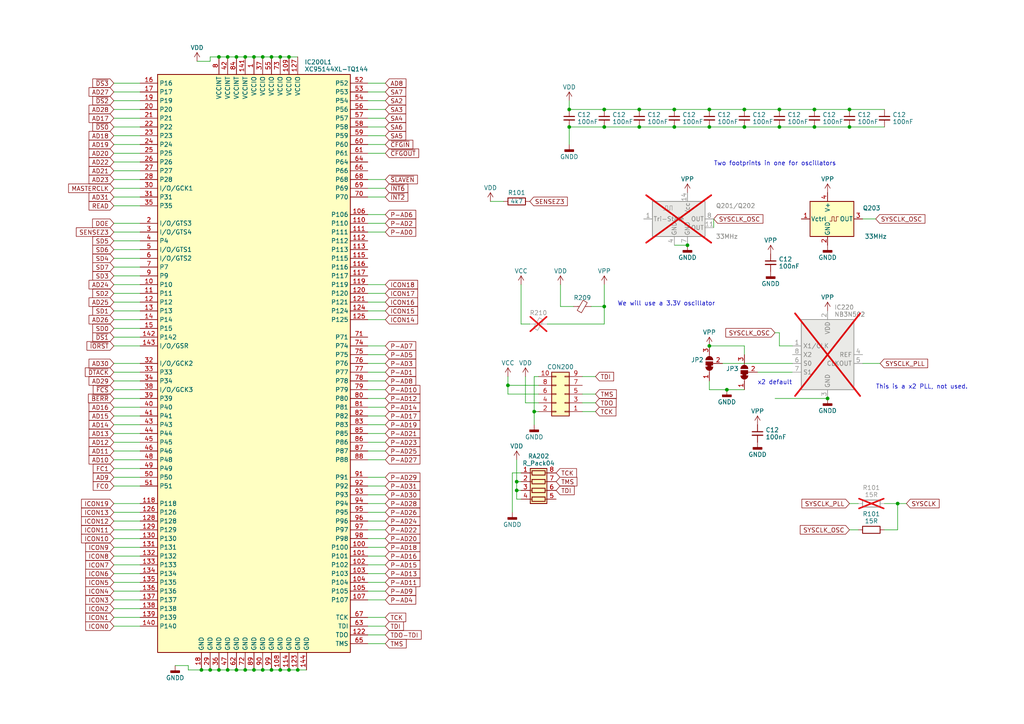
<source format=kicad_sch>
(kicad_sch (version 20230121) (generator eeschema)
  (paper "A4")
  (junction (at 63.5 194.31))
  (junction (at 246.38 31.75))
  (junction (at 149.86 139.7))
  (junction (at 78.74 194.31))
  (junction (at 175.26 88.9))
  (junction (at 71.12 16.51))
  (junction (at 199.39 71.12))
  (junction (at 60.96 194.31))
  (junction (at 147.32 111.76))
  (junction (at 66.04 16.51))
  (junction (at 63.5 16.51))
  (junction (at 236.22 31.75))
  (junction (at 83.82 194.31))
  (junction (at 205.74 31.75))
  (junction (at 165.1 31.75))
  (junction (at 246.38 36.83))
  (junction (at 154.94 119.38))
  (junction (at 165.1 36.83))
  (junction (at 81.28 194.31))
  (junction (at 175.26 36.83))
  (junction (at 236.22 36.83))
  (junction (at 76.2 194.31))
  (junction (at 205.74 100.33))
  (junction (at 185.42 36.83))
  (junction (at 68.58 16.51))
  (junction (at 149.86 142.24))
  (junction (at 210.82 113.03))
  (junction (at 226.06 36.83))
  (junction (at 73.66 16.51))
  (junction (at 215.9 31.75))
  (junction (at 76.2 16.51))
  (junction (at 58.42 194.31))
  (junction (at 81.28 16.51))
  (junction (at 195.58 31.75))
  (junction (at 175.26 31.75))
  (junction (at 73.66 194.31))
  (junction (at 195.58 36.83))
  (junction (at 66.04 194.31))
  (junction (at 215.9 36.83))
  (junction (at 68.58 194.31))
  (junction (at 71.12 194.31))
  (junction (at 78.74 16.51))
  (junction (at 205.74 36.83))
  (junction (at 260.35 146.05))
  (junction (at 86.36 194.31))
  (junction (at 226.06 31.75))
  (junction (at 240.03 115.57))
  (junction (at 185.42 31.75))
  (junction (at 83.82 16.51))
  (wire (pts (xy 73.66 16.51) (xy 76.2 16.51)))
  (wire (pts (xy 260.35 153.67) (xy 260.35 146.05)))
  (wire (pts (xy 210.82 113.03) (xy 205.74 113.03)))
  (wire (pts (xy 111.76 105.41) (xy 106.68 105.41)))
  (wire (pts (xy 154.94 123.19) (xy 154.94 119.38)))
  (wire (pts (xy 33.02 59.69) (xy 40.64 59.69)))
  (wire (pts (xy 33.02 148.59) (xy 40.64 148.59)))
  (wire (pts (xy 111.76 107.95) (xy 106.68 107.95)))
  (wire (pts (xy 175.26 93.98) (xy 175.26 88.9)))
  (wire (pts (xy 111.76 62.23) (xy 106.68 62.23)))
  (wire (pts (xy 154.94 109.22) (xy 156.21 109.22)))
  (wire (pts (xy 171.45 88.9) (xy 175.26 88.9)))
  (wire (pts (xy 33.02 156.21) (xy 40.64 156.21)))
  (wire (pts (xy 33.02 54.61) (xy 40.64 54.61)))
  (wire (pts (xy 33.02 128.27) (xy 40.64 128.27)))
  (wire (pts (xy 63.5 16.51) (xy 66.04 16.51)))
  (wire (pts (xy 33.02 146.05) (xy 40.64 146.05)))
  (wire (pts (xy 33.02 90.17) (xy 40.64 90.17)))
  (wire (pts (xy 205.74 113.03) (xy 205.74 110.49)))
  (wire (pts (xy 152.4 116.84) (xy 152.4 109.22)))
  (wire (pts (xy 106.68 54.61) (xy 111.76 54.61)))
  (wire (pts (xy 154.94 119.38) (xy 154.94 109.22)))
  (wire (pts (xy 111.76 44.45) (xy 106.68 44.45)))
  (wire (pts (xy 76.2 16.51) (xy 78.74 16.51)))
  (wire (pts (xy 147.32 114.3) (xy 147.32 111.76)))
  (wire (pts (xy 149.86 142.24) (xy 151.13 142.24)))
  (wire (pts (xy 256.54 153.67) (xy 260.35 153.67)))
  (wire (pts (xy 33.02 140.97) (xy 40.64 140.97)))
  (wire (pts (xy 111.76 39.37) (xy 106.68 39.37)))
  (wire (pts (xy 111.76 100.33) (xy 106.68 100.33)))
  (wire (pts (xy 33.02 166.37) (xy 40.64 166.37)))
  (wire (pts (xy 111.76 113.03) (xy 106.68 113.03)))
  (wire (pts (xy 111.76 153.67) (xy 106.68 153.67)))
  (wire (pts (xy 149.86 139.7) (xy 149.86 133.35)))
  (wire (pts (xy 33.02 41.91) (xy 40.64 41.91)))
  (wire (pts (xy 60.96 16.51) (xy 63.5 16.51)))
  (wire (pts (xy 33.02 176.53) (xy 40.64 176.53)))
  (wire (pts (xy 111.76 90.17) (xy 106.68 90.17)))
  (wire (pts (xy 215.9 102.87) (xy 215.9 100.33)))
  (wire (pts (xy 33.02 85.09) (xy 40.64 85.09)))
  (wire (pts (xy 262.89 146.05) (xy 260.35 146.05)))
  (wire (pts (xy 33.02 87.63) (xy 40.64 87.63)))
  (wire (pts (xy 33.02 24.13) (xy 40.64 24.13)))
  (wire (pts (xy 73.66 194.31) (xy 76.2 194.31)))
  (wire (pts (xy 60.96 194.31) (xy 63.5 194.31)))
  (wire (pts (xy 33.02 133.35) (xy 40.64 133.35)))
  (wire (pts (xy 33.02 161.29) (xy 40.64 161.29)))
  (wire (pts (xy 33.02 153.67) (xy 40.64 153.67)))
  (wire (pts (xy 111.76 184.15) (xy 106.68 184.15)))
  (wire (pts (xy 195.58 71.12) (xy 199.39 71.12)))
  (wire (pts (xy 33.02 36.83) (xy 40.64 36.83)))
  (wire (pts (xy 111.76 118.11) (xy 106.68 118.11)))
  (wire (pts (xy 57.15 17.78) (xy 60.96 17.78)))
  (wire (pts (xy 68.58 16.51) (xy 71.12 16.51)))
  (wire (pts (xy 154.94 119.38) (xy 156.21 119.38)))
  (wire (pts (xy 71.12 16.51) (xy 73.66 16.51)))
  (wire (pts (xy 111.76 92.71) (xy 106.68 92.71)))
  (wire (pts (xy 111.76 102.87) (xy 106.68 102.87)))
  (wire (pts (xy 156.21 116.84) (xy 152.4 116.84)))
  (wire (pts (xy 111.76 140.97) (xy 106.68 140.97)))
  (wire (pts (xy 246.38 31.75) (xy 236.22 31.75)))
  (wire (pts (xy 33.02 135.89) (xy 40.64 135.89)))
  (wire (pts (xy 226.06 36.83) (xy 236.22 36.83)))
  (wire (pts (xy 33.02 130.81) (xy 40.64 130.81)))
  (wire (pts (xy 54.61 193.04) (xy 54.61 194.31)))
  (wire (pts (xy 33.02 31.75) (xy 40.64 31.75)))
  (wire (pts (xy 248.92 146.05) (xy 246.38 146.05)))
  (wire (pts (xy 151.13 144.78) (xy 149.86 144.78)))
  (wire (pts (xy 156.21 114.3) (xy 147.32 114.3)))
  (wire (pts (xy 168.91 119.38) (xy 172.72 119.38)))
  (wire (pts (xy 111.76 163.83) (xy 106.68 163.83)))
  (wire (pts (xy 111.76 41.91) (xy 106.68 41.91)))
  (wire (pts (xy 33.02 173.99) (xy 40.64 173.99)))
  (wire (pts (xy 33.02 168.91) (xy 40.64 168.91)))
  (wire (pts (xy 111.76 67.31) (xy 106.68 67.31)))
  (wire (pts (xy 111.76 36.83) (xy 106.68 36.83)))
  (wire (pts (xy 147.32 111.76) (xy 147.32 109.22)))
  (wire (pts (xy 66.04 194.31) (xy 68.58 194.31)))
  (wire (pts (xy 83.82 194.31) (xy 86.36 194.31)))
  (wire (pts (xy 71.12 194.31) (xy 73.66 194.31)))
  (wire (pts (xy 165.1 36.83) (xy 175.26 36.83)))
  (wire (pts (xy 33.02 72.39) (xy 40.64 72.39)))
  (wire (pts (xy 195.58 36.83) (xy 205.74 36.83)))
  (wire (pts (xy 33.02 105.41) (xy 40.64 105.41)))
  (wire (pts (xy 33.02 34.29) (xy 40.64 34.29)))
  (wire (pts (xy 148.59 137.16) (xy 148.59 148.59)))
  (wire (pts (xy 185.42 36.83) (xy 195.58 36.83)))
  (wire (pts (xy 215.9 113.03) (xy 210.82 113.03)))
  (wire (pts (xy 165.1 31.75) (xy 165.1 29.21)))
  (wire (pts (xy 224.79 115.57) (xy 240.03 115.57)))
  (wire (pts (xy 215.9 31.75) (xy 205.74 31.75)))
  (wire (pts (xy 33.02 120.65) (xy 40.64 120.65)))
  (wire (pts (xy 33.02 125.73) (xy 40.64 125.73)))
  (wire (pts (xy 256.54 31.75) (xy 246.38 31.75)))
  (wire (pts (xy 33.02 181.61) (xy 40.64 181.61)))
  (wire (pts (xy 162.56 88.9) (xy 162.56 82.55)))
  (wire (pts (xy 33.02 74.93) (xy 40.64 74.93)))
  (wire (pts (xy 111.76 179.07) (xy 106.68 179.07)))
  (wire (pts (xy 151.13 82.55) (xy 151.13 93.98)))
  (wire (pts (xy 111.76 173.99) (xy 106.68 173.99)))
  (wire (pts (xy 106.68 26.67) (xy 111.76 26.67)))
  (wire (pts (xy 215.9 36.83) (xy 226.06 36.83)))
  (wire (pts (xy 33.02 115.57) (xy 40.64 115.57)))
  (wire (pts (xy 58.42 194.31) (xy 60.96 194.31)))
  (wire (pts (xy 236.22 36.83) (xy 246.38 36.83)))
  (wire (pts (xy 111.76 87.63) (xy 106.68 87.63)))
  (wire (pts (xy 260.35 146.05) (xy 256.54 146.05)))
  (wire (pts (xy 185.42 31.75) (xy 175.26 31.75)))
  (wire (pts (xy 255.27 105.41) (xy 250.19 105.41)))
  (wire (pts (xy 33.02 69.85) (xy 40.64 69.85)))
  (wire (pts (xy 254 63.5) (xy 250.19 63.5)))
  (wire (pts (xy 219.71 107.95) (xy 229.87 107.95)))
  (wire (pts (xy 33.02 110.49) (xy 40.64 110.49)))
  (wire (pts (xy 165.1 41.91) (xy 165.1 36.83)))
  (wire (pts (xy 76.2 194.31) (xy 78.74 194.31)))
  (wire (pts (xy 33.02 26.67) (xy 40.64 26.67)))
  (wire (pts (xy 50.8 193.04) (xy 54.61 193.04)))
  (wire (pts (xy 33.02 100.33) (xy 40.64 100.33)))
  (wire (pts (xy 195.58 31.75) (xy 185.42 31.75)))
  (wire (pts (xy 54.61 194.31) (xy 58.42 194.31)))
  (wire (pts (xy 33.02 82.55) (xy 40.64 82.55)))
  (wire (pts (xy 33.02 171.45) (xy 40.64 171.45)))
  (wire (pts (xy 175.26 31.75) (xy 165.1 31.75)))
  (wire (pts (xy 33.02 29.21) (xy 40.64 29.21)))
  (wire (pts (xy 33.02 57.15) (xy 40.64 57.15)))
  (wire (pts (xy 111.76 85.09) (xy 106.68 85.09)))
  (wire (pts (xy 142.24 58.42) (xy 146.05 58.42)))
  (wire (pts (xy 111.76 31.75) (xy 106.68 31.75)))
  (wire (pts (xy 111.76 168.91) (xy 106.68 168.91)))
  (wire (pts (xy 158.75 93.98) (xy 175.26 93.98)))
  (wire (pts (xy 63.5 194.31) (xy 66.04 194.31)))
  (wire (pts (xy 151.13 93.98) (xy 153.67 93.98)))
  (wire (pts (xy 111.76 151.13) (xy 106.68 151.13)))
  (wire (pts (xy 66.04 16.51) (xy 68.58 16.51)))
  (wire (pts (xy 111.76 133.35) (xy 106.68 133.35)))
  (wire (pts (xy 60.96 17.78) (xy 60.96 16.51)))
  (wire (pts (xy 111.76 166.37) (xy 106.68 166.37)))
  (wire (pts (xy 149.86 144.78) (xy 149.86 142.24)))
  (wire (pts (xy 111.76 120.65) (xy 106.68 120.65)))
  (wire (pts (xy 81.28 194.31) (xy 83.82 194.31)))
  (wire (pts (xy 111.76 24.13) (xy 106.68 24.13)))
  (wire (pts (xy 33.02 179.07) (xy 40.64 179.07)))
  (wire (pts (xy 215.9 100.33) (xy 205.74 100.33)))
  (wire (pts (xy 111.76 115.57) (xy 106.68 115.57)))
  (wire (pts (xy 33.02 97.79) (xy 40.64 97.79)))
  (wire (pts (xy 111.76 52.07) (xy 106.68 52.07)))
  (wire (pts (xy 33.02 46.99) (xy 40.64 46.99)))
  (wire (pts (xy 33.02 49.53) (xy 40.64 49.53)))
  (wire (pts (xy 111.76 158.75) (xy 106.68 158.75)))
  (wire (pts (xy 175.26 36.83) (xy 185.42 36.83)))
  (wire (pts (xy 111.76 143.51) (xy 106.68 143.51)))
  (wire (pts (xy 226.06 96.52) (xy 226.06 100.33)))
  (wire (pts (xy 83.82 16.51) (xy 86.36 16.51)))
  (wire (pts (xy 149.86 139.7) (xy 151.13 139.7)))
  (wire (pts (xy 68.58 194.31) (xy 71.12 194.31)))
  (wire (pts (xy 33.02 44.45) (xy 40.64 44.45)))
  (wire (pts (xy 111.76 171.45) (xy 106.68 171.45)))
  (wire (pts (xy 205.74 31.75) (xy 195.58 31.75)))
  (wire (pts (xy 33.02 118.11) (xy 40.64 118.11)))
  (wire (pts (xy 111.76 186.69) (xy 106.68 186.69)))
  (wire (pts (xy 33.02 52.07) (xy 40.64 52.07)))
  (wire (pts (xy 33.02 77.47) (xy 40.64 77.47)))
  (wire (pts (xy 224.79 96.52) (xy 226.06 96.52)))
  (wire (pts (xy 111.76 125.73) (xy 106.68 125.73)))
  (wire (pts (xy 33.02 67.31) (xy 40.64 67.31)))
  (wire (pts (xy 33.02 163.83) (xy 40.64 163.83)))
  (wire (pts (xy 111.76 110.49) (xy 106.68 110.49)))
  (wire (pts (xy 111.76 123.19) (xy 106.68 123.19)))
  (wire (pts (xy 151.13 137.16) (xy 148.59 137.16)))
  (wire (pts (xy 111.76 130.81) (xy 106.68 130.81)))
  (wire (pts (xy 205.74 36.83) (xy 215.9 36.83)))
  (wire (pts (xy 33.02 95.25) (xy 40.64 95.25)))
  (wire (pts (xy 78.74 16.51) (xy 81.28 16.51)))
  (wire (pts (xy 111.76 148.59) (xy 106.68 148.59)))
  (wire (pts (xy 111.76 34.29) (xy 106.68 34.29)))
  (wire (pts (xy 111.76 161.29) (xy 106.68 161.29)))
  (wire (pts (xy 156.21 111.76) (xy 147.32 111.76)))
  (wire (pts (xy 168.91 114.3) (xy 172.72 114.3)))
  (wire (pts (xy 246.38 36.83) (xy 256.54 36.83)))
  (wire (pts (xy 207.01 63.5) (xy 207.01 66.04)))
  (wire (pts (xy 33.02 138.43) (xy 40.64 138.43)))
  (wire (pts (xy 172.72 109.22) (xy 168.91 109.22)))
  (wire (pts (xy 33.02 151.13) (xy 40.64 151.13)))
  (wire (pts (xy 246.38 153.67) (xy 248.92 153.67)))
  (wire (pts (xy 111.76 138.43) (xy 106.68 138.43)))
  (wire (pts (xy 236.22 31.75) (xy 226.06 31.75)))
  (wire (pts (xy 81.28 16.51) (xy 83.82 16.51)))
  (wire (pts (xy 33.02 158.75) (xy 40.64 158.75)))
  (wire (pts (xy 111.76 29.21) (xy 106.68 29.21)))
  (wire (pts (xy 86.36 194.31) (xy 88.9 194.31)))
  (wire (pts (xy 111.76 57.15) (xy 106.68 57.15)))
  (wire (pts (xy 175.26 88.9) (xy 175.26 82.55)))
  (wire (pts (xy 33.02 123.19) (xy 40.64 123.19)))
  (wire (pts (xy 33.02 92.71) (xy 40.64 92.71)))
  (wire (pts (xy 33.02 107.95) (xy 40.64 107.95)))
  (wire (pts (xy 111.76 128.27) (xy 106.68 128.27)))
  (wire (pts (xy 33.02 64.77) (xy 40.64 64.77)))
  (wire (pts (xy 111.76 64.77) (xy 106.68 64.77)))
  (wire (pts (xy 162.56 88.9) (xy 166.37 88.9)))
  (wire (pts (xy 111.76 156.21) (xy 106.68 156.21)))
  (wire (pts (xy 111.76 181.61) (xy 106.68 181.61)))
  (wire (pts (xy 226.06 100.33) (xy 229.87 100.33)))
  (wire (pts (xy 111.76 146.05) (xy 106.68 146.05)))
  (wire (pts (xy 168.91 116.84) (xy 172.72 116.84)))
  (wire (pts (xy 209.55 105.41) (xy 229.87 105.41)))
  (wire (pts (xy 33.02 39.37) (xy 40.64 39.37)))
  (wire (pts (xy 78.74 194.31) (xy 81.28 194.31)))
  (wire (pts (xy 33.02 113.03) (xy 40.64 113.03)))
  (wire (pts (xy 149.86 142.24) (xy 149.86 139.7)))
  (wire (pts (xy 111.76 82.55) (xy 106.68 82.55)))
  (wire (pts (xy 33.02 80.01) (xy 40.64 80.01)))
  (wire (pts (xy 226.06 31.75) (xy 215.9 31.75)))
  (text "This is a x2 PLL, not used." (at 254 113.03 0) (effects (font (size 1.27 1.27)) (justify left bottom)))
  (text "x2 default" (at 219.71 111.76 0) (effects (font (size 1.27 1.27)) (justify left bottom)))
  (text "We will use a 3.3V oscillator" (at 179.07 88.9 0) (effects (font (size 1.27 1.27)) (justify left bottom)))
  (text "Two footprints in one for oscillators" (at 207.01 48.26 0) (effects (font (size 1.27 1.27)) (justify left bottom)))
  (global_label "~{DS3}" (shape input) (at 33.02 24.13 180) (property "Intersheetrefs" "${INTERSHEET_REFS}" (effects hide)))
  (global_label "ICON18" (shape input) (at 111.76 82.55 0) (property "Intersheetrefs" "${INTERSHEET_REFS}" (effects hide)))
  (global_label "AD11" (shape input) (at 33.02 130.81 180) (property "Intersheetrefs" "${INTERSHEET_REFS}" (effects hide)))
  (global_label "SD4" (shape input) (at 33.02 74.93 180) (property "Intersheetrefs" "${INTERSHEET_REFS}" (effects hide)))
  (global_label "~{IORST}" (shape input) (at 33.02 100.33 180) (property "Intersheetrefs" "${INTERSHEET_REFS}" (effects hide)))
  (global_label "SYSCLK" (shape input) (at 262.89 146.05 0) (property "Intersheetrefs" "${INTERSHEET_REFS}" (effects hide)))
  (global_label "ICON12" (shape input) (at 33.02 151.13 180) (property "Intersheetrefs" "${INTERSHEET_REFS}" (effects hide)))
  (global_label "ICON6" (shape input) (at 33.02 166.37 180) (property "Intersheetrefs" "${INTERSHEET_REFS}" (effects hide)))
  (global_label "ICON8" (shape input) (at 33.02 161.29 180) (property "Intersheetrefs" "${INTERSHEET_REFS}" (effects hide)))
  (global_label "SENSEZ3" (shape input) (at 33.02 67.31 180) (property "Intersheetrefs" "${INTERSHEET_REFS}" (effects hide)))
  (global_label "ICON1" (shape input) (at 33.02 179.07 180) (property "Intersheetrefs" "${INTERSHEET_REFS}" (effects hide)))
  (global_label "P-AD1" (shape input) (at 111.76 107.95 0) (property "Intersheetrefs" "${INTERSHEET_REFS}" (effects hide)))
  (global_label "SD1" (shape input) (at 33.02 90.17 180) (property "Intersheetrefs" "${INTERSHEET_REFS}" (effects hide)))
  (global_label "TDI" (shape input) (at 161.29 142.24 0) (property "Intersheetrefs" "${INTERSHEET_REFS}" (effects hide)))
  (global_label "ICON11" (shape input) (at 33.02 153.67 180) (property "Intersheetrefs" "${INTERSHEET_REFS}" (effects hide)))
  (global_label "SYSCLK_OSC" (shape input) (at 254 63.5 0) (property "Intersheetrefs" "${INTERSHEET_REFS}" (effects hide)))
  (global_label "AD21" (shape input) (at 33.02 49.53 180) (property "Intersheetrefs" "${INTERSHEET_REFS}" (effects hide)))
  (global_label "P-AD25" (shape input) (at 111.76 130.81 0) (property "Intersheetrefs" "${INTERSHEET_REFS}" (effects hide)))
  (global_label "ICON17" (shape input) (at 111.76 85.09 0) (property "Intersheetrefs" "${INTERSHEET_REFS}" (effects hide)))
  (global_label "TCK" (shape input) (at 111.76 179.07 0) (property "Intersheetrefs" "${INTERSHEET_REFS}" (effects hide)))
  (global_label "ICON4" (shape input) (at 33.02 171.45 180) (property "Intersheetrefs" "${INTERSHEET_REFS}" (effects hide)))
  (global_label "SD0" (shape input) (at 33.02 95.25 180) (property "Intersheetrefs" "${INTERSHEET_REFS}" (effects hide)))
  (global_label "ICON16" (shape input) (at 111.76 87.63 0) (property "Intersheetrefs" "${INTERSHEET_REFS}" (effects hide)))
  (global_label "P-AD8" (shape input) (at 111.76 110.49 0) (property "Intersheetrefs" "${INTERSHEET_REFS}" (effects hide)))
  (global_label "P-AD11" (shape input) (at 111.76 168.91 0) (property "Intersheetrefs" "${INTERSHEET_REFS}" (effects hide)))
  (global_label "P-AD0" (shape input) (at 111.76 67.31 0) (property "Intersheetrefs" "${INTERSHEET_REFS}" (effects hide)))
  (global_label "TCK" (shape input) (at 161.29 137.16 0) (property "Intersheetrefs" "${INTERSHEET_REFS}" (effects hide)))
  (global_label "ICON13" (shape input) (at 33.02 148.59 180) (property "Intersheetrefs" "${INTERSHEET_REFS}" (effects hide)))
  (global_label "P-AD23" (shape input) (at 111.76 128.27 0) (property "Intersheetrefs" "${INTERSHEET_REFS}" (effects hide)))
  (global_label "ICON10" (shape input) (at 33.02 156.21 180) (property "Intersheetrefs" "${INTERSHEET_REFS}" (effects hide)))
  (global_label "SD2" (shape input) (at 33.02 85.09 180) (property "Intersheetrefs" "${INTERSHEET_REFS}" (effects hide)))
  (global_label "P-AD3" (shape input) (at 111.76 105.41 0) (property "Intersheetrefs" "${INTERSHEET_REFS}" (effects hide)))
  (global_label "P-AD5" (shape input) (at 111.76 102.87 0) (property "Intersheetrefs" "${INTERSHEET_REFS}" (effects hide)))
  (global_label "TDI" (shape input) (at 172.72 109.22 0) (property "Intersheetrefs" "${INTERSHEET_REFS}" (effects hide)))
  (global_label "ICON7" (shape input) (at 33.02 163.83 180) (property "Intersheetrefs" "${INTERSHEET_REFS}" (effects hide)))
  (global_label "P-AD28" (shape input) (at 111.76 146.05 0) (property "Intersheetrefs" "${INTERSHEET_REFS}" (effects hide)))
  (global_label "TDI" (shape input) (at 111.76 181.61 0) (property "Intersheetrefs" "${INTERSHEET_REFS}" (effects hide)))
  (global_label "FC1" (shape input) (at 33.02 135.89 180) (property "Intersheetrefs" "${INTERSHEET_REFS}" (effects hide)))
  (global_label "ICON5" (shape input) (at 33.02 168.91 180) (property "Intersheetrefs" "${INTERSHEET_REFS}" (effects hide)))
  (global_label "~{DS2}" (shape input) (at 33.02 29.21 180) (property "Intersheetrefs" "${INTERSHEET_REFS}" (effects hide)))
  (global_label "DOE" (shape input) (at 33.02 64.77 180) (property "Intersheetrefs" "${INTERSHEET_REFS}" (effects hide)))
  (global_label "AD15" (shape input) (at 33.02 120.65 180) (property "Intersheetrefs" "${INTERSHEET_REFS}" (effects hide)))
  (global_label "READ" (shape input) (at 33.02 59.69 180) (property "Intersheetrefs" "${INTERSHEET_REFS}" (effects hide)))
  (global_label "TCK" (shape input) (at 172.72 119.38 0) (property "Intersheetrefs" "${INTERSHEET_REFS}" (effects hide)))
  (global_label "P-AD7" (shape input) (at 111.76 100.33 0) (property "Intersheetrefs" "${INTERSHEET_REFS}" (effects hide)))
  (global_label "AD29" (shape input) (at 33.02 110.49 180) (property "Intersheetrefs" "${INTERSHEET_REFS}" (effects hide)))
  (global_label "SYSCLK_OSC" (shape input) (at 207.01 63.5 0) (property "Intersheetrefs" "${INTERSHEET_REFS}" (effects hide)))
  (global_label "SA2" (shape input) (at 111.76 29.21 0) (property "Intersheetrefs" "${INTERSHEET_REFS}" (effects hide)))
  (global_label "SD7" (shape input) (at 33.02 77.47 180) (property "Intersheetrefs" "${INTERSHEET_REFS}" (effects hide)))
  (global_label "P-AD18" (shape input) (at 111.76 158.75 0) (property "Intersheetrefs" "${INTERSHEET_REFS}" (effects hide)))
  (global_label "AD10" (shape input) (at 33.02 133.35 180) (property "Intersheetrefs" "${INTERSHEET_REFS}" (effects hide)))
  (global_label "ICON14" (shape input) (at 111.76 92.71 0) (property "Intersheetrefs" "${INTERSHEET_REFS}" (effects hide)))
  (global_label "P-AD29" (shape input) (at 111.76 138.43 0) (property "Intersheetrefs" "${INTERSHEET_REFS}" (effects hide)))
  (global_label "ICON3" (shape input) (at 33.02 173.99 180) (property "Intersheetrefs" "${INTERSHEET_REFS}" (effects hide)))
  (global_label "SD5" (shape input) (at 33.02 69.85 180) (property "Intersheetrefs" "${INTERSHEET_REFS}" (effects hide)))
  (global_label "P-AD9" (shape input) (at 111.76 171.45 0) (property "Intersheetrefs" "${INTERSHEET_REFS}" (effects hide)))
  (global_label "SD3" (shape input) (at 33.02 80.01 180) (property "Intersheetrefs" "${INTERSHEET_REFS}" (effects hide)))
  (global_label "TMS" (shape input) (at 161.29 139.7 0) (property "Intersheetrefs" "${INTERSHEET_REFS}" (effects hide)))
  (global_label "AD14" (shape input) (at 33.02 123.19 180) (property "Intersheetrefs" "${INTERSHEET_REFS}" (effects hide)))
  (global_label "SD6" (shape input) (at 33.02 72.39 180) (property "Intersheetrefs" "${INTERSHEET_REFS}" (effects hide)))
  (global_label "~{INT6}" (shape input) (at 111.76 54.61 0) (property "Intersheetrefs" "${INTERSHEET_REFS}" (effects hide)))
  (global_label "P-AD10" (shape input) (at 111.76 113.03 0) (property "Intersheetrefs" "${INTERSHEET_REFS}" (effects hide)))
  (global_label "P-AD19" (shape input) (at 111.76 123.19 0) (property "Intersheetrefs" "${INTERSHEET_REFS}" (effects hide)))
  (global_label "P-AD16" (shape input) (at 111.76 161.29 0) (property "Intersheetrefs" "${INTERSHEET_REFS}" (effects hide)))
  (global_label "SYSCLK_PLL" (shape input) (at 255.27 105.41 0) (property "Intersheetrefs" "${INTERSHEET_REFS}" (effects hide)))
  (global_label "SA7" (shape input) (at 111.76 26.67 0) (property "Intersheetrefs" "${INTERSHEET_REFS}" (effects hide)))
  (global_label "AD22" (shape input) (at 33.02 46.99 180) (property "Intersheetrefs" "${INTERSHEET_REFS}" (effects hide)))
  (global_label "P-AD14" (shape input) (at 111.76 118.11 0) (property "Intersheetrefs" "${INTERSHEET_REFS}" (effects hide)))
  (global_label "TMS" (shape input) (at 111.76 186.69 0) (property "Intersheetrefs" "${INTERSHEET_REFS}" (effects hide)))
  (global_label "AD24" (shape input) (at 33.02 82.55 180) (property "Intersheetrefs" "${INTERSHEET_REFS}" (effects hide)))
  (global_label "AD27" (shape input) (at 33.02 26.67 180) (property "Intersheetrefs" "${INTERSHEET_REFS}" (effects hide)))
  (global_label "SA6" (shape input) (at 111.76 36.83 0) (property "Intersheetrefs" "${INTERSHEET_REFS}" (effects hide)))
  (global_label "AD16" (shape input) (at 33.02 118.11 180) (property "Intersheetrefs" "${INTERSHEET_REFS}" (effects hide)))
  (global_label "SA4" (shape input) (at 111.76 34.29 0) (property "Intersheetrefs" "${INTERSHEET_REFS}" (effects hide)))
  (global_label "AD28" (shape input) (at 33.02 31.75 180) (property "Intersheetrefs" "${INTERSHEET_REFS}" (effects hide)))
  (global_label "TDO-TDI" (shape input) (at 111.76 184.15 0) (property "Intersheetrefs" "${INTERSHEET_REFS}" (effects hide)))
  (global_label "P-AD22" (shape input) (at 111.76 153.67 0) (property "Intersheetrefs" "${INTERSHEET_REFS}" (effects hide)))
  (global_label "P-AD4" (shape input) (at 111.76 173.99 0) (property "Intersheetrefs" "${INTERSHEET_REFS}" (effects hide)))
  (global_label "P-AD6" (shape input) (at 111.76 62.23 0) (property "Intersheetrefs" "${INTERSHEET_REFS}" (effects hide)))
  (global_label "AD31" (shape input) (at 33.02 57.15 180) (property "Intersheetrefs" "${INTERSHEET_REFS}" (effects hide)))
  (global_label "SENSEZ3" (shape input) (at 153.67 58.42 0) (property "Intersheetrefs" "${INTERSHEET_REFS}" (effects hide)))
  (global_label "MASTERCLK" (shape input) (at 33.02 54.61 180) (property "Intersheetrefs" "${INTERSHEET_REFS}" (effects hide)))
  (global_label "P-AD24" (shape input) (at 111.76 151.13 0) (property "Intersheetrefs" "${INTERSHEET_REFS}" (effects hide)))
  (global_label "AD30" (shape input) (at 33.02 105.41 180) (property "Intersheetrefs" "${INTERSHEET_REFS}" (effects hide)))
  (global_label "ICON2" (shape input) (at 33.02 176.53 180) (property "Intersheetrefs" "${INTERSHEET_REFS}" (effects hide)))
  (global_label "AD26" (shape input) (at 33.02 92.71 180) (property "Intersheetrefs" "${INTERSHEET_REFS}" (effects hide)))
  (global_label "P-AD31" (shape input) (at 111.76 140.97 0) (property "Intersheetrefs" "${INTERSHEET_REFS}" (effects hide)))
  (global_label "P-AD30" (shape input) (at 111.76 143.51 0) (property "Intersheetrefs" "${INTERSHEET_REFS}" (effects hide)))
  (global_label "AD12" (shape input) (at 33.02 128.27 180) (property "Intersheetrefs" "${INTERSHEET_REFS}" (effects hide)))
  (global_label "AD19" (shape input) (at 33.02 41.91 180) (property "Intersheetrefs" "${INTERSHEET_REFS}" (effects hide)))
  (global_label "P-AD17" (shape input) (at 111.76 120.65 0) (property "Intersheetrefs" "${INTERSHEET_REFS}" (effects hide)))
  (global_label "ICON15" (shape input) (at 111.76 90.17 0) (property "Intersheetrefs" "${INTERSHEET_REFS}" (effects hide)))
  (global_label "AD17" (shape input) (at 33.02 34.29 180) (property "Intersheetrefs" "${INTERSHEET_REFS}" (effects hide)))
  (global_label "~{SLAVEN}" (shape input) (at 111.76 52.07 0) (property "Intersheetrefs" "${INTERSHEET_REFS}" (effects hide)))
  (global_label "AD25" (shape input) (at 33.02 87.63 180) (property "Intersheetrefs" "${INTERSHEET_REFS}" (effects hide)))
  (global_label "~{FCS}" (shape input) (at 33.02 113.03 180) (property "Intersheetrefs" "${INTERSHEET_REFS}" (effects hide)))
  (global_label "SA5" (shape input) (at 111.76 39.37 0) (property "Intersheetrefs" "${INTERSHEET_REFS}" (effects hide)))
  (global_label "P-AD26" (shape input) (at 111.76 148.59 0) (property "Intersheetrefs" "${INTERSHEET_REFS}" (effects hide)))
  (global_label "FC0" (shape input) (at 33.02 140.97 180) (property "Intersheetrefs" "${INTERSHEET_REFS}" (effects hide)))
  (global_label "SYSCLK_OSC" (shape input) (at 224.79 96.52 180) (property "Intersheetrefs" "${INTERSHEET_REFS}" (effects hide)))
  (global_label "~{DS1}" (shape input) (at 33.02 97.79 180) (property "Intersheetrefs" "${INTERSHEET_REFS}" (effects hide)))
  (global_label "ICON19" (shape input) (at 33.02 146.05 180) (property "Intersheetrefs" "${INTERSHEET_REFS}" (effects hide)))
  (global_label "~{BERR}" (shape input) (at 33.02 115.57 180) (property "Intersheetrefs" "${INTERSHEET_REFS}" (effects hide)))
  (global_label "~{CFGIN}" (shape input) (at 111.76 41.91 0) (property "Intersheetrefs" "${INTERSHEET_REFS}" (effects hide)))
  (global_label "SYSCLK_PLL" (shape input) (at 246.38 146.05 180) (property "Intersheetrefs" "${INTERSHEET_REFS}" (effects hide)))
  (global_label "~{CFGOUT}" (shape input) (at 111.76 44.45 0) (property "Intersheetrefs" "${INTERSHEET_REFS}" (effects hide)))
  (global_label "~{DTACK}" (shape input) (at 33.02 107.95 180) (property "Intersheetrefs" "${INTERSHEET_REFS}" (effects hide)))
  (global_label "ICON0" (shape input) (at 33.02 181.61 180) (property "Intersheetrefs" "${INTERSHEET_REFS}" (effects hide)))
  (global_label "TDO" (shape input) (at 172.72 116.84 0) (property "Intersheetrefs" "${INTERSHEET_REFS}" (effects hide)))
  (global_label "P-AD15" (shape input) (at 111.76 163.83 0) (property "Intersheetrefs" "${INTERSHEET_REFS}" (effects hide)))
  (global_label "P-AD2" (shape input) (at 111.76 64.77 0) (property "Intersheetrefs" "${INTERSHEET_REFS}" (effects hide)))
  (global_label "TMS" (shape input) (at 172.72 114.3 0) (property "Intersheetrefs" "${INTERSHEET_REFS}" (effects hide)))
  (global_label "AD13" (shape input) (at 33.02 125.73 180) (property "Intersheetrefs" "${INTERSHEET_REFS}" (effects hide)))
  (global_label "AD23" (shape input) (at 33.02 52.07 180) (property "Intersheetrefs" "${INTERSHEET_REFS}" (effects hide)))
  (global_label "P-AD21" (shape input) (at 111.76 125.73 0) (property "Intersheetrefs" "${INTERSHEET_REFS}" (effects hide)))
  (global_label "ICON9" (shape input) (at 33.02 158.75 180) (property "Intersheetrefs" "${INTERSHEET_REFS}" (effects hide)))
  (global_label "P-AD27" (shape input) (at 111.76 133.35 0) (property "Intersheetrefs" "${INTERSHEET_REFS}" (effects hide)))
  (global_label "P-AD12" (shape input) (at 111.76 115.57 0) (property "Intersheetrefs" "${INTERSHEET_REFS}" (effects hide)))
  (global_label "AD20" (shape input) (at 33.02 44.45 180) (property "Intersheetrefs" "${INTERSHEET_REFS}" (effects hide)))
  (global_label "~{DS0}" (shape input) (at 33.02 36.83 180) (property "Intersheetrefs" "${INTERSHEET_REFS}" (effects hide)))
  (global_label "AD8" (shape input) (at 111.76 24.13 0) (property "Intersheetrefs" "${INTERSHEET_REFS}" (effects hide)))
  (global_label "AD18" (shape input) (at 33.02 39.37 180) (property "Intersheetrefs" "${INTERSHEET_REFS}" (effects hide)))
  (global_label "P-AD20" (shape input) (at 111.76 156.21 0) (property "Intersheetrefs" "${INTERSHEET_REFS}" (effects hide)))
  (global_label "AD9" (shape input) (at 33.02 138.43 180) (property "Intersheetrefs" "${INTERSHEET_REFS}" (effects hide)))
  (global_label "SYSCLK_OSC" (shape input) (at 246.38 153.67 180) (property "Intersheetrefs" "${INTERSHEET_REFS}" (effects hide)))
  (global_label "~{INT2}" (shape input) (at 111.76 57.15 0) (property "Intersheetrefs" "${INTERSHEET_REFS}" (effects hide)))
  (global_label "P-AD13" (shape input) (at 111.76 166.37 0) (property "Intersheetrefs" "${INTERSHEET_REFS}" (effects hide)))
  (global_label "SA3" (shape input) (at 111.76 31.75 0) (property "Intersheetrefs" "${INTERSHEET_REFS}" (effects hide)))
  (symbol (lib_id "power:GNDD") (at 240.03 71.12 0) (unit 1)
    (property "Reference" "#PWR077" (effects hide))
    (property "Value" "GNDD" (at 240.03 74.684 0))
    (instances (project "Prometheus" (path "" (reference "#PWR077") (unit 1)) (path "" (reference "#PWR0112") (unit 1))))
  )
  (symbol (lib_id "New_Library:C_Small") (at 205.74 34.29 0) (unit 1)
    (property "Reference" "C12" (at 208.0641 33.2723 0) (effects (justify left)))
    (property "Value" "100nF" (at 208.0641 35.3203 0) (effects (justify left)))
    (property "Footprint" "Capacitor_SMD:C_0402_1005Metric_Pad0.74x0.62mm_HandSolder" (effects hide))
    (instances (project "Prometheus" (path "" (reference "C12") (unit 1)) (path "" (reference "C4") (unit 1)) (path "" (reference "C204") (unit 1))))
  )
  (symbol (lib_id "New_Library:R") (at 149.86 58.42 90) (unit 1)
    (property "Reference" "R101" (at 149.86 55.88 90))
    (property "Value" "4k7" (at 149.86 58.42 90))
    (property "Footprint" "Resistor_SMD:R_0402_1005Metric_Pad0.72x0.64mm_HandSolder" (effects hide))
    (instances (project "Prometheus" (path "" (reference "R101") (unit 1)) (path "" (reference "R7") (unit 1)) (path "" (reference "R1") (unit 1)) (path "" (reference "R27") (unit 1))))
  )
  (symbol (lib_id "power:GNDD") (at 240.03 115.57 0) (unit 1)
    (property "Reference" "#PWR077" (effects hide))
    (property "Value" "GNDD" (at 240.03 119.134 0))
    (instances (project "Prometheus" (path "" (reference "#PWR077") (unit 1)) (path "" (reference "#PWR0113") (unit 1))))
  )
  (symbol (lib_id "power:VPP") (at 205.74 100.33 0) (unit 1)
    (property "Reference" "#PWR0103" (effects hide))
    (property "Value" "VPP" (at 205.74 96.385 0))
  )
  (symbol (lib_id "New_Library:SolderJumper_3_Bridged12") (at 215.9 107.95 90) (unit 1)
    (property "Reference" "JP3" (at 214.2491 106.926 90) (effects (justify left)))
    (property "Value" "SolderJumper_3_Bridged12" (effects hide))
    (property "Footprint" "Jumper:SolderJumper-3_P1.3mm_Bridged12_RoundedPad1.0x1.5mm" (effects hide))
  )
  (symbol (lib_id "power:VDD") (at 162.56 82.55 0) (unit 1)
    (property "Reference" "#PWR093" (effects hide))
    (property "Value" "VDD" (at 162.56 78.605 0))
  )
  (symbol (lib_id "power:VDD") (at 152.4 109.22 0) (unit 1)
    (property "Reference" "#PWR068" (effects hide))
    (property "Value" "VDD" (at 152.4 105.275 0))
    (instances (project "Prometheus" (path "" (reference "#PWR068") (unit 1)) (path "" (reference "#PWR075") (unit 1))))
  )
  (symbol (lib_id "New_Library:C_Small") (at 256.54 34.29 0) (unit 1)
    (property "Reference" "C12" (at 258.8641 33.2723 0) (effects (justify left)))
    (property "Value" "100nF" (at 258.8641 35.3203 0) (effects (justify left)))
    (property "Footprint" "Capacitor_SMD:C_0402_1005Metric_Pad0.74x0.62mm_HandSolder" (effects hide))
    (instances (project "Prometheus" (path "" (reference "C12") (unit 1)) (path "" (reference "C9") (unit 1)) (path "" (reference "C209") (unit 1))))
  )
  (symbol (lib_id "New_Library:NB3N502") (at 240.03 102.87 0) (unit 1) (in_bom no) (dnp yes)
    (property "Reference" "IC220" (at 241.9859 89.13 0) (effects (justify left)))
    (property "Value" "NB3N502" (at 241.9859 91.178 0) (effects (justify left)))
    (property "Footprint" "Package_SO:SOIC-8_3.9x4.9mm_P1.27mm" (effects hide))
    (property "Datasheet" "http://www.onsemi.com/pub/Collateral/NB3N502-D.PDF" (effects hide))
  )
  (symbol (lib_id "power:VDD") (at 57.15 17.78 0) (unit 1)
    (property "Reference" "#PWR065" (effects hide))
    (property "Value" "VDD" (at 57.15 13.835 0))
  )
  (symbol (lib_id "power:GNDD") (at 165.1 41.91 0) (unit 1)
    (property "Reference" "#PWR085" (effects hide))
    (property "Value" "GNDD" (at 165.1 45.474 0))
    (instances (project "Prometheus" (path "" (reference "#PWR085") (unit 1)) (path "" (reference "#PWR091") (unit 1))))
  )
  (symbol (lib_id "New_Library:C_Small") (at 236.22 34.29 0) (unit 1)
    (property "Reference" "C12" (at 238.5441 33.2723 0) (effects (justify left)))
    (property "Value" "100nF" (at 238.5441 35.3203 0) (effects (justify left)))
    (property "Footprint" "Capacitor_SMD:C_0402_1005Metric_Pad0.74x0.62mm_HandSolder" (effects hide))
    (instances (project "Prometheus" (path "" (reference "C12") (unit 1)) (path "" (reference "C7") (unit 1)) (path "" (reference "C207") (unit 1))))
  )
  (symbol (lib_id "New_Library:FerriteBead_Small") (at 168.91 88.9 90) (unit 1)
    (property "Reference" "R209" (at 168.91 86.36 90))
    (property "Value" "FerriteBead_Small" (effects hide))
    (property "Footprint" "Resistor_SMD:R_0805_2012Metric_Pad1.20x1.40mm_HandSolder" (effects hide))
  )
  (symbol (lib_id "power:VDD") (at 165.1 29.21 0) (unit 1)
    (property "Reference" "#PWR076" (effects hide))
    (property "Value" "VDD" (at 165.1 25.265 0))
    (instances (project "Prometheus" (path "" (reference "#PWR076") (unit 1)) (path "" (reference "#PWR090") (unit 1))))
  )
  (symbol (lib_id "power:GNDD") (at 219.71 128.27 0) (unit 1)
    (property "Reference" "#PWR077" (effects hide))
    (property "Value" "GNDD" (at 219.71 131.834 0))
    (instances (project "Prometheus" (path "" (reference "#PWR077") (unit 1)) (path "" (reference "#PWR0105") (unit 1))))
  )
  (symbol (lib_id "power:VPP") (at 240.03 90.17 0) (unit 1)
    (property "Reference" "#PWR0114" (effects hide))
    (property "Value" "VPP" (at 240.03 86.225 0))
  )
  (symbol (lib_id "New_Library:C_Small") (at 215.9 34.29 0) (unit 1)
    (property "Reference" "C12" (at 218.2241 33.2723 0) (effects (justify left)))
    (property "Value" "100nF" (at 218.2241 35.3203 0) (effects (justify left)))
    (property "Footprint" "Capacitor_SMD:C_0402_1005Metric_Pad0.74x0.62mm_HandSolder" (effects hide))
    (instances (project "Prometheus" (path "" (reference "C12") (unit 1)) (path "" (reference "C5") (unit 1)) (path "" (reference "C205") (unit 1))))
  )
  (symbol (lib_id "power:VPP") (at 219.71 123.19 0) (unit 1)
    (property "Reference" "#PWR0104" (effects hide))
    (property "Value" "VPP" (at 219.71 119.245 0))
  )
  (symbol (lib_id "New_Library:XC95144XL-TQ144") (at 73.66 105.41 0) (unit 1)
    (property "Reference" "IC200L1" (at 88.3159 18.01 0) (effects (justify left)))
    (property "Value" "XC95144XL-TQ144" (at 88.3159 20.058 0) (effects (justify left)))
    (property "Footprint" "Package_QFP:TQFP-144_20x20mm_P0.5mm" (effects hide))
    (property "Datasheet" "https://www.xilinx.com/support/documentation/data_sheets/ds056.pdf" (effects hide))
  )
  (symbol (lib_id "New_Library:C_Small") (at 185.42 34.29 0) (unit 1)
    (property "Reference" "C12" (at 187.7441 33.2723 0) (effects (justify left)))
    (property "Value" "100nF" (at 187.7441 35.3203 0) (effects (justify left)))
    (property "Footprint" "Capacitor_SMD:C_0402_1005Metric_Pad0.74x0.62mm_HandSolder" (effects hide))
    (instances (project "Prometheus" (path "" (reference "C12") (unit 1)) (path "" (reference "C2") (unit 1)) (path "" (reference "C202") (unit 1))))
  )
  (symbol (lib_id "power:GNDD") (at 223.52 78.74 0) (unit 1)
    (property "Reference" "#PWR077" (effects hide))
    (property "Value" "GNDD" (at 223.52 82.304 0))
    (instances (project "Prometheus" (path "" (reference "#PWR077") (unit 1)) (path "" (reference "#PWR0101") (unit 1))))
  )
  (symbol (lib_id "power:GNDD") (at 50.8 193.04 0) (unit 1)
    (property "Reference" "#PWR066" (effects hide))
    (property "Value" "GNDD" (at 50.8 196.604 0))
  )
  (symbol (lib_id "New_Library:R_Pack04") (at 156.21 142.24 270) (unit 1)
    (property "Reference" "RA202" (at 156.21 132.31 90))
    (property "Value" "R_Pack04" (at 156.21 134.358 90))
    (property "Footprint" "Resistor_SMD:R_Array_Convex_4x0612" (effects hide))
  )
  (symbol (lib_id "New_Library:C_Small") (at 165.1 34.29 0) (unit 1)
    (property "Reference" "C12" (at 167.4241 33.2723 0) (effects (justify left)))
    (property "Value" "100nF" (at 167.4241 35.3203 0) (effects (justify left)))
    (property "Footprint" "Capacitor_SMD:C_0402_1005Metric_Pad0.74x0.62mm_HandSolder" (effects hide))
    (instances (project "Prometheus" (path "" (reference "C12") (unit 1)) (path "" (reference "C10") (unit 1)) (path "" (reference "C200") (unit 1))))
  )
  (symbol (lib_id "power:VDD") (at 142.24 58.42 0) (unit 1)
    (property "Reference" "#PWR076" (effects hide))
    (property "Value" "VDD" (at 142.24 54.475 0))
    (instances (project "Prometheus" (path "" (reference "#PWR076") (unit 1)) (path "" (reference "#PWR092") (unit 1))))
  )
  (symbol (lib_id "power:VDD") (at 149.86 133.35 0) (unit 1)
    (property "Reference" "#PWR068" (effects hide))
    (property "Value" "VDD" (at 149.86 129.405 0))
    (instances (project "Prometheus" (path "" (reference "#PWR068") (unit 1)) (path "" (reference "#PWR097") (unit 1))))
  )
  (symbol (lib_id "power:GNDD") (at 210.82 113.03 0) (unit 1)
    (property "Reference" "#PWR077" (effects hide))
    (property "Value" "GNDD" (at 210.82 116.594 0))
    (instances (project "Prometheus" (path "" (reference "#PWR077") (unit 1)) (path "" (reference "#PWR0102") (unit 1))))
  )
  (symbol (lib_id "New_Library:ACO-xxxMHz-A") (at 199.39 63.5 0) (unit 1) (in_bom no) (dnp yes)
    (property "Reference" "Q201/Q202" (at 213.36 59.69 0))
    (property "Value" "33MHz" (at 210.82 68.58 0))
    (property "Footprint" "Library:Oscillator_DIP-14_DIP-8" (effects hide))
    (property "Datasheet" "http://www.conwin.com/datasheets/cx/cx030.pdf" (effects hide))
  )
  (symbol (lib_id "New_Library:Conn_02x05_Odd_Even") (at 163.83 114.3 180) (unit 1)
    (property "Reference" "CON200" (at 162.56 106.418 0))
    (property "Value" "Conn_02x05_Odd_Even" (effects hide))
    (property "Footprint" "Library:PinHeader_2x05_P2.54mm_Vertical" (effects hide))
  )
  (symbol (lib_id "New_Library:FerriteBead_Small") (at 156.21 93.98 90) (unit 1) (in_bom no) (dnp yes)
    (property "Reference" "R210" (at 156.1719 90.7462 90))
    (property "Value" "FerriteBead_Small" (effects hide))
    (property "Footprint" "Resistor_SMD:R_0805_2012Metric_Pad1.20x1.40mm_HandSolder" (effects hide))
  )
  (symbol (lib_id "power:VCC") (at 151.13 82.55 0) (unit 1)
    (property "Reference" "#PWR094" (effects hide))
    (property "Value" "VCC" (at 151.13 78.605 0))
  )
  (symbol (lib_id "power:VCC") (at 147.32 109.22 0) (unit 1)
    (property "Reference" "#PWR075" (effects hide))
    (property "Value" "VCC" (at 147.32 105.275 0))
    (instances (project "Prometheus" (path "" (reference "#PWR075") (unit 1)) (path "" (reference "#PWR068") (unit 1))))
  )
  (symbol (lib_id "New_Library:C_Small") (at 175.26 34.29 0) (unit 1)
    (property "Reference" "C12" (at 177.5841 33.2723 0) (effects (justify left)))
    (property "Value" "100nF" (at 177.5841 35.3203 0) (effects (justify left)))
    (property "Footprint" "Capacitor_SMD:C_0402_1005Metric_Pad0.74x0.62mm_HandSolder" (effects hide))
    (instances (project "Prometheus" (path "" (reference "C12") (unit 1)) (path "" (reference "C1") (unit 1)) (path "" (reference "C201") (unit 1))))
  )
  (symbol (lib_id "power:VPP") (at 199.39 55.88 0) (unit 1)
    (property "Reference" "#PWR098" (effects hide))
    (property "Value" "VPP" (at 199.39 51.935 0))
  )
  (symbol (lib_id "New_Library:SolderJumper_3_Bridged12") (at 205.74 105.41 90) (unit 1)
    (property "Reference" "JP2" (at 204.0891 104.386 90) (effects (justify left)))
    (property "Value" "SolderJumper_3_Bridged12" (effects hide))
    (property "Footprint" "Jumper:SolderJumper-3_P1.3mm_Bridged12_RoundedPad1.0x1.5mm" (effects hide))
  )
  (symbol (lib_id "power:VPP") (at 223.52 73.66 0) (unit 1)
    (property "Reference" "#PWR0100" (effects hide))
    (property "Value" "VPP" (at 223.52 69.715 0))
  )
  (symbol (lib_id "power:VPP") (at 240.03 55.88 0) (unit 1)
    (property "Reference" "#PWR0111" (effects hide))
    (property "Value" "VPP" (at 240.03 51.935 0))
  )
  (symbol (lib_id "power:GNDD") (at 199.39 71.12 0) (unit 1)
    (property "Reference" "#PWR077" (effects hide))
    (property "Value" "GNDD" (at 199.39 74.684 0))
    (instances (project "Prometheus" (path "" (reference "#PWR077") (unit 1)) (path "" (reference "#PWR099") (unit 1))))
  )
  (symbol (lib_id "New_Library:C_Small") (at 195.58 34.29 0) (unit 1)
    (property "Reference" "C12" (at 197.9041 33.2723 0) (effects (justify left)))
    (property "Value" "100nF" (at 197.9041 35.3203 0) (effects (justify left)))
    (property "Footprint" "Capacitor_SMD:C_0402_1005Metric_Pad0.74x0.62mm_HandSolder" (effects hide))
    (instances (project "Prometheus" (path "" (reference "C12") (unit 1)) (path "" (reference "C3") (unit 1)) (path "" (reference "C203") (unit 1))))
  )
  (symbol (lib_id "power:GNDD") (at 148.59 148.59 0) (unit 1)
    (property "Reference" "#PWR077" (effects hide))
    (property "Value" "GNDD" (at 148.59 152.154 0))
    (instances (project "Prometheus" (path "" (reference "#PWR077") (unit 1)) (path "" (reference "#PWR096") (unit 1))))
  )
  (symbol (lib_id "power:GNDD") (at 154.94 123.19 0) (unit 1)
    (property "Reference" "#PWR077" (effects hide))
    (property "Value" "GNDD" (at 154.94 126.754 0))
  )
  (symbol (lib_id "New_Library:C_Small") (at 223.52 76.2 0) (unit 1)
    (property "Reference" "C12" (at 225.8441 75.1823 0) (effects (justify left)))
    (property "Value" "100nF" (at 225.8441 77.2303 0) (effects (justify left)))
    (property "Footprint" "Capacitor_SMD:C_0402_1005Metric_Pad0.74x0.62mm_HandSolder" (effects hide))
    (instances (project "Prometheus" (path "" (reference "C12") (unit 1)) (path "" (reference "C10") (unit 1)) (path "" (reference "C230") (unit 1))))
  )
  (symbol (lib_id "New_Library:C_Small") (at 246.38 34.29 0) (unit 1)
    (property "Reference" "C12" (at 248.7041 33.2723 0) (effects (justify left)))
    (property "Value" "100nF" (at 248.7041 35.3203 0) (effects (justify left)))
    (property "Footprint" "Capacitor_SMD:C_0402_1005Metric_Pad0.74x0.62mm_HandSolder" (effects hide))
    (instances (project "Prometheus" (path "" (reference "C12") (unit 1)) (path "" (reference "C8") (unit 1)) (path "" (reference "C208") (unit 1))))
  )
  (symbol (lib_id "New_Library:R") (at 252.73 153.67 90) (unit 1)
    (property "Reference" "R101" (at 252.73 149.074 90))
    (property "Value" "15R" (at 252.73 151.122 90))
    (property "Footprint" "Resistor_SMD:R_0805_2012Metric_Pad1.20x1.40mm_HandSolder" (effects hide))
    (instances (project "Prometheus" (path "" (reference "R101") (unit 1)) (path "" (reference "R202") (unit 1))))
  )
  (symbol (lib_id "New_Library:C_Small") (at 219.71 125.73 0) (unit 1)
    (property "Reference" "C12" (at 222.0341 124.7123 0) (effects (justify left)))
    (property "Value" "100nF" (at 222.0341 126.7603 0) (effects (justify left)))
    (property "Footprint" "Capacitor_SMD:C_0402_1005Metric_Pad0.74x0.62mm_HandSolder" (effects hide))
    (instances (project "Prometheus" (path "" (reference "C12") (unit 1)) (path "" (reference "C10") (unit 1)) (path "" (reference "C220") (unit 1))))
  )
  (symbol (lib_id "New_Library:DFA-S15") (at 240.03 63.5 0) (unit 1)
    (property "Reference" "Q203" (at 252.8075 60.3519 0))
    (property "Value" "33MHz" (at 254 68.58 0))
    (property "Footprint" "Oscillator:Oscillator_SMD_Fordahl_DFAS15-4Pin_5.0x3.2mm" (effects hide))
    (property "Datasheet" "http://www.metatech.com.hk/product/fordahl/pdf/2002%20TCXO%20Page%2043-58.pdf" (effects hide))
  )
  (symbol (lib_id "power:VPP") (at 175.26 82.55 0) (unit 1)
    (property "Reference" "#PWR095" (effects hide))
    (property "Value" "VPP" (at 175.26 78.605 0))
  )
  (symbol (lib_id "New_Library:C_Small") (at 226.06 34.29 0) (unit 1)
    (property "Reference" "C12" (at 228.3841 33.2723 0) (effects (justify left)))
    (property "Value" "100nF" (at 228.3841 35.3203 0) (effects (justify left)))
    (property "Footprint" "Capacitor_SMD:C_0402_1005Metric_Pad0.74x0.62mm_HandSolder" (effects hide))
    (instances (project "Prometheus" (path "" (reference "C12") (unit 1)) (path "" (reference "C6") (unit 1)) (path "" (reference "C206") (unit 1))))
  )
  (symbol (lib_id "New_Library:R") (at 252.73 146.05 90) (unit 1) (in_bom no) (dnp yes)
    (property "Reference" "R101" (at 252.73 141.454 90))
    (property "Value" "15R" (at 252.73 143.502 90))
    (property "Footprint" "Resistor_SMD:R_0805_2012Metric_Pad1.20x1.40mm_HandSolder" (effects hide))
    (instances (project "Prometheus" (path "" (reference "R101") (unit 1)) (path "" (reference "R201") (unit 1))))
  )
)
</source>
